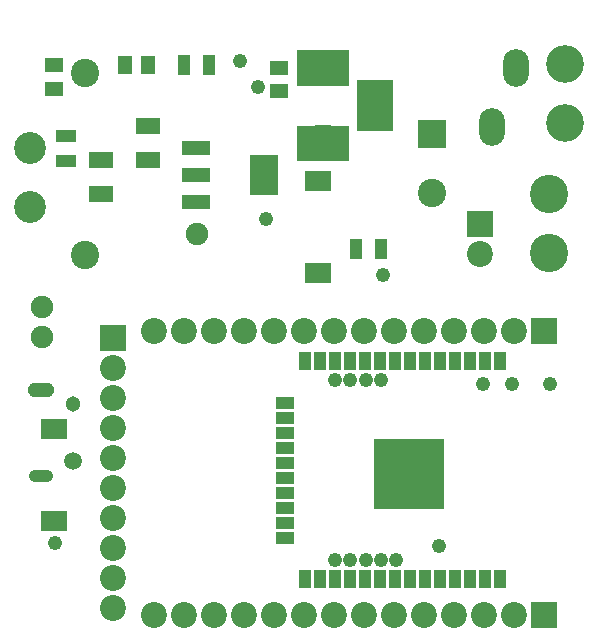
<source format=gts>
G04 DipTrace 3.0.0.1*
G04 ESP32PWRREV1.GTS*
%MOMM*%
G04 #@! TF.FileFunction,Soldermask,Top*
G04 #@! TF.Part,Single*
%AMOUTLINE0*
4,1,4,
-0.75,0.5,
0.75,0.5,
0.75,-0.5,
-0.75,-0.5,
-0.75,0.5,
0*%
%AMOUTLINE3*
4,1,20,
0.50757,-0.508,
0.68133,-0.4775,
0.8342,-0.38943,
0.94773,-0.2544,
1.0082,-0.08863,
1.00837,0.08777,
0.94817,0.2536,
0.83487,0.38887,
0.68217,0.4772,
0.50843,0.508,
-0.50757,0.508,
-0.68133,0.4775,
-0.8342,0.38943,
-0.94773,0.2544,
-1.0082,0.08863,
-1.00837,-0.08777,
-0.94817,-0.2536,
-0.83487,-0.38887,
-0.68217,-0.4772,
-0.50843,-0.508,
0.50757,-0.508,
0*%
%AMOUTLINE4*
4,1,20,
0.51628,-0.608,
0.71598,-0.57295,
0.8994,-0.46728,
1.03563,-0.30525,
1.10818,-0.10635,
1.10838,0.10531,
1.03615,0.3043,
0.9002,0.4666,
0.71698,0.57259,
0.51723,0.608,
-0.51628,0.608,
-0.71598,0.57295,
-0.8994,0.46728,
-1.03563,0.30525,
-1.10818,0.10635,
-1.10838,-0.10531,
-1.03615,-0.3043,
-0.9002,-0.4666,
-0.71698,-0.57259,
-0.51723,-0.608,
0.51628,-0.608,
0*%
%ADD22R,2.2X2.2*%
%ADD23C,2.2*%
%ADD28C,1.9*%
%ADD29R,1.0X1.5*%
%ADD30R,6.0X6.0*%
%ADD33C,1.304*%
%ADD46O,3.2402X3.2494*%
%ADD55C,1.216*%
%ADD59R,2.35X3.45*%
%ADD61R,2.35X1.15*%
%ADD63O,2.2X3.2*%
%ADD67R,1.1X1.7*%
%ADD69R,1.7X1.1*%
%ADD71C,2.7*%
%ADD73C,3.2*%
%ADD75C,1.504*%
%ADD77O,3.0X4.2*%
%ADD79O,4.2X3.0*%
%ADD88R,2.0X1.4*%
%ADD90R,2.2X1.7*%
%ADD92C,2.4*%
%ADD93R,2.4X2.4*%
%ADD94R,1.2X1.6*%
%ADD96R,1.6X1.2*%
%ADD104OUTLINE0*%
%ADD107OUTLINE3*%
%ADD108OUTLINE4*%
%FSLAX35Y35*%
G04*
G71*
G90*
G75*
G01*
G04 TopMask*
%LPD*%
D55*
X2780000Y610000D3*
X2910000D3*
X3040000D3*
X3170000D3*
X3300000D3*
X2780000Y2140000D3*
X2910000D3*
X3040000D3*
X3170000D3*
X4030000Y2100000D3*
X410000Y760000D3*
X3660000Y730000D3*
X2200000Y3500000D3*
X1980000Y4840000D3*
X3190000Y3030000D3*
X4600000Y2100000D3*
X4280000D3*
X2130000Y4620000D3*
G36*
X2385000Y4835002D2*
X2235000D1*
Y4724992D1*
X2385000D1*
Y4835002D1*
G37*
G36*
Y4635008D2*
X2235000D1*
Y4524998D1*
X2385000D1*
Y4635008D1*
G37*
D96*
X2310000Y4780000D3*
Y4580000D3*
G36*
X944998Y4875000D2*
X1055008D1*
Y4725000D1*
X944998D1*
Y4875000D1*
G37*
G36*
X1144992D2*
X1255002D1*
Y4725000D1*
X1144992D1*
Y4875000D1*
G37*
D94*
X1000000Y4800000D3*
X1200000D3*
G36*
X475000Y4855002D2*
X325000D1*
Y4744992D1*
X475000D1*
Y4855002D1*
G37*
G36*
Y4655008D2*
X325000D1*
Y4544998D1*
X475000D1*
Y4655008D1*
G37*
D96*
X400000Y4800000D3*
Y4600000D3*
D93*
X3600000Y4220000D3*
D92*
X3600200Y3720000D3*
X660300Y4732100D3*
X660100Y3192200D3*
D90*
X400000Y940000D3*
Y1720000D3*
G36*
X1005000Y4135000D2*
X1000008D1*
D1*
X1005000D1*
G37*
G36*
X894984Y4064977D2*
X705000D1*
Y3934978D1*
X894984D1*
Y4064977D1*
G37*
G36*
Y3774991D2*
X705000D1*
Y3644992D1*
X894984D1*
Y3774991D1*
G37*
D88*
X800000Y4000000D3*
Y3710000D3*
G36*
X995000Y3865000D2*
X999992D1*
D1*
X995000D1*
G37*
G36*
X1105016Y3935023D2*
X1295000D1*
Y4065022D1*
X1105016D1*
Y3935023D1*
G37*
G36*
Y4225009D2*
X1295000D1*
Y4355008D1*
X1105016D1*
Y4225009D1*
G37*
D88*
X1200000Y4000000D3*
Y4290000D3*
D28*
X300000Y2500000D3*
Y2754000D3*
X1616000Y3370000D3*
D29*
X3800000Y2300000D3*
X3673000D3*
X3546000D3*
X3419000D3*
X3292000D3*
X3165000D3*
X3038000D3*
X2911000D3*
D104*
X2356000Y802000D3*
D29*
X2530000Y450000D3*
X2657000D3*
X2784000D3*
X2911000D3*
X3038000D3*
X3165000D3*
X3292000D3*
D104*
X2356000Y1691000D3*
D29*
X2784000Y2300000D3*
X2657000D3*
X2530000D3*
D104*
X2356000Y1945000D3*
Y1818000D3*
D29*
X3927000Y2300000D3*
X4054000D3*
X4181000D3*
D104*
X2356000Y1564000D3*
Y1437000D3*
Y1310000D3*
Y929000D3*
Y1056000D3*
Y1183000D3*
D29*
X3419000Y450000D3*
X3546000D3*
X3673000D3*
X3800000D3*
X3927000D3*
X4054000D3*
X4181000D3*
D30*
X3411000Y1345000D3*
G36*
X2899974Y4930055D2*
X2461988D1*
Y4629978D1*
X2899974D1*
Y4930055D1*
G37*
G36*
Y4291050D2*
X2461988D1*
Y3990973D1*
X2899974D1*
Y4291050D1*
G37*
G36*
X3270022Y4680016D2*
X2969978D1*
Y4241944D1*
X3270022D1*
Y4680016D1*
G37*
D79*
X2680000Y4140000D3*
D77*
X3120000Y4460000D3*
D79*
X2680000Y4780000D3*
D107*
X289987Y1327500D3*
D108*
Y2052500D3*
D75*
X562987Y1447500D3*
D33*
Y1932500D3*
D73*
X4730000Y4809920D3*
Y4309920D3*
D71*
X200000Y4100000D3*
Y3600000D3*
G36*
X580000Y4250015D2*
X420000D1*
Y4149985D1*
X580000D1*
Y4250015D1*
G37*
G36*
Y4040015D2*
X420000D1*
Y3939985D1*
X580000D1*
Y4040015D1*
G37*
D69*
X500000Y4200000D3*
Y3990000D3*
G36*
X1449985Y4880000D2*
X1550015D1*
Y4720000D1*
X1449985D1*
Y4880000D1*
G37*
G36*
X1659985D2*
X1760015D1*
Y4720000D1*
X1659985D1*
Y4880000D1*
G37*
D67*
X1500000Y4800000D3*
X1710000D3*
G36*
X2909985Y3330000D2*
X3010015D1*
Y3170000D1*
X2909985D1*
Y3330000D1*
G37*
G36*
X3119985D2*
X3220015D1*
Y3170000D1*
X3119985D1*
Y3330000D1*
G37*
D67*
X2960000Y3250000D3*
X3170000D3*
D90*
X2640000Y3040000D3*
Y3820000D3*
D63*
X4110000Y4279948D3*
X4310000Y4779948D3*
D61*
X1600000Y4100000D3*
Y3870000D3*
Y3640000D3*
D59*
X2180000Y3870000D3*
D22*
X4010000Y3460000D3*
D23*
Y3206000D3*
D46*
X4589990Y3709480D3*
X4591010Y3211510D3*
D73*
X4590000Y3710000D3*
Y3210000D3*
D22*
X900000Y2493000D3*
D23*
Y2239000D3*
Y1985000D3*
Y1731000D3*
Y1477000D3*
Y1223000D3*
Y969000D3*
Y715000D3*
Y461000D3*
Y207000D3*
D22*
X4551000Y2550000D3*
D23*
X4297000D3*
X4043000D3*
X3789000D3*
X3535000D3*
X3281000D3*
X3027000D3*
X2773000D3*
X2519000D3*
X2265000D3*
X2011000D3*
X1757000D3*
X1503000D3*
X1249000D3*
D22*
X4551000Y150000D3*
D23*
X4297000D3*
X4043000D3*
X3789000D3*
X3535000D3*
X3281000D3*
X3027000D3*
X2773000D3*
X2519000D3*
X2265000D3*
X2011000D3*
X1757000D3*
X1503000D3*
X1249000D3*
M02*

</source>
